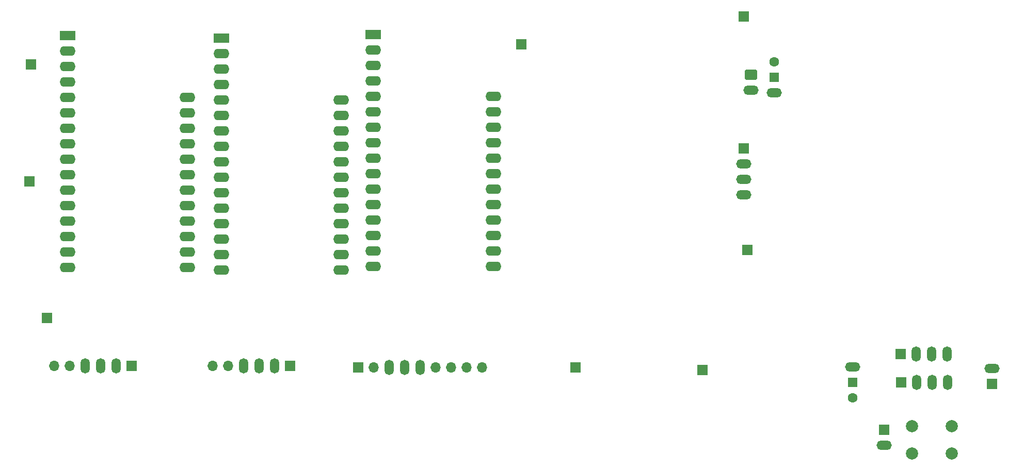
<source format=gbr>
%TF.GenerationSoftware,KiCad,Pcbnew,9.0.0*%
%TF.CreationDate,2025-04-18T00:29:00+02:00*%
%TF.ProjectId,Omni-X-II-PCB,4f6d6e69-2d58-42d4-9949-2d5043422e6b,rev?*%
%TF.SameCoordinates,Original*%
%TF.FileFunction,Soldermask,Bot*%
%TF.FilePolarity,Negative*%
%FSLAX46Y46*%
G04 Gerber Fmt 4.6, Leading zero omitted, Abs format (unit mm)*
G04 Created by KiCad (PCBNEW 9.0.0) date 2025-04-18 00:29:00*
%MOMM*%
%LPD*%
G01*
G04 APERTURE LIST*
G04 Aperture macros list*
%AMRoundRect*
0 Rectangle with rounded corners*
0 $1 Rounding radius*
0 $2 $3 $4 $5 $6 $7 $8 $9 X,Y pos of 4 corners*
0 Add a 4 corners polygon primitive as box body*
4,1,4,$2,$3,$4,$5,$6,$7,$8,$9,$2,$3,0*
0 Add four circle primitives for the rounded corners*
1,1,$1+$1,$2,$3*
1,1,$1+$1,$4,$5*
1,1,$1+$1,$6,$7*
1,1,$1+$1,$8,$9*
0 Add four rect primitives between the rounded corners*
20,1,$1+$1,$2,$3,$4,$5,0*
20,1,$1+$1,$4,$5,$6,$7,0*
20,1,$1+$1,$6,$7,$8,$9,0*
20,1,$1+$1,$8,$9,$2,$3,0*%
G04 Aperture macros list end*
%ADD10R,1.700000X1.700000*%
%ADD11O,1.500000X2.500000*%
%ADD12O,1.700000X1.700000*%
%ADD13RoundRect,0.250000X-0.750000X0.600000X-0.750000X-0.600000X0.750000X-0.600000X0.750000X0.600000X0*%
%ADD14O,2.500000X1.500000*%
%ADD15RoundRect,0.250000X-1.050000X-0.550000X1.050000X-0.550000X1.050000X0.550000X-1.050000X0.550000X0*%
%ADD16O,2.600000X1.600000*%
%ADD17C,2.000000*%
%ADD18R,1.500000X1.500000*%
%ADD19C,1.600000*%
G04 APERTURE END LIST*
D10*
%TO.C,X-Shut__FR1*%
X73680000Y-62140000D03*
%TD*%
%TO.C,J2*%
X116140000Y-111750000D03*
D11*
X113600000Y-111750000D03*
X111060000Y-111750000D03*
X108520000Y-111750000D03*
D12*
X105980000Y-111750000D03*
X103440000Y-111750000D03*
%TD*%
D13*
%TO.C,J4*%
X191750000Y-63900000D03*
D14*
X191750000Y-66400000D03*
%TD*%
D10*
%TO.C,J1*%
X90180000Y-111700000D03*
D11*
X87640000Y-111700000D03*
X85100000Y-111700000D03*
X82560000Y-111700000D03*
D12*
X80020000Y-111700000D03*
X77480000Y-111700000D03*
%TD*%
D10*
%TO.C,X-Shut_F1*%
X73440000Y-81360000D03*
%TD*%
%TO.C,J3*%
X127310000Y-111960000D03*
D12*
X129850000Y-111960000D03*
D11*
X132390000Y-111960000D03*
X134930000Y-111960000D03*
X137470000Y-111960000D03*
D12*
X140010000Y-111960000D03*
X142550000Y-111960000D03*
X145090000Y-111960000D03*
X147630000Y-111960000D03*
%TD*%
D10*
%TO.C,X-Shut_BL1*%
X183800000Y-112350000D03*
%TD*%
D15*
%TO.C,A1*%
X129840000Y-57270000D03*
D16*
X129840000Y-59810000D03*
X129840000Y-62350000D03*
X129840000Y-64890000D03*
X129840000Y-67430000D03*
X129840000Y-69970000D03*
X129840000Y-72510000D03*
X129840000Y-75050000D03*
X129840000Y-77590000D03*
X129840000Y-80130000D03*
X129840000Y-82670000D03*
X129840000Y-85210000D03*
X129840000Y-87750000D03*
X129840000Y-90290000D03*
X129840000Y-92830000D03*
X129840000Y-95370000D03*
X149560000Y-95370000D03*
X149560000Y-92830000D03*
X149560000Y-90290000D03*
X149560000Y-87750000D03*
X149560000Y-85210000D03*
X149560000Y-82670000D03*
X149560000Y-80130000D03*
X149560000Y-77590000D03*
X149560000Y-75050000D03*
X149560000Y-72510000D03*
X149560000Y-69970000D03*
X149560000Y-67430000D03*
%TD*%
D10*
%TO.C,X-Shut_R1*%
X154130000Y-58850000D03*
%TD*%
%TO.C,J7*%
X190560000Y-75970000D03*
D14*
X190560000Y-78510000D03*
X190560000Y-81050000D03*
X190560000Y-83590000D03*
%TD*%
D15*
%TO.C,A2*%
X79640000Y-57410000D03*
D16*
X79640000Y-59950000D03*
X79640000Y-62490000D03*
X79640000Y-65030000D03*
X79640000Y-67570000D03*
X79640000Y-70110000D03*
X79640000Y-72650000D03*
X79640000Y-75190000D03*
X79640000Y-77730000D03*
X79640000Y-80270000D03*
X79640000Y-82810000D03*
X79640000Y-85350000D03*
X79640000Y-87890000D03*
X79640000Y-90430000D03*
X79640000Y-92970000D03*
X79640000Y-95510000D03*
X99360000Y-95510000D03*
X99360000Y-92970000D03*
X99360000Y-90430000D03*
X99360000Y-87890000D03*
X99360000Y-85350000D03*
X99360000Y-82810000D03*
X99360000Y-80270000D03*
X99360000Y-77730000D03*
X99360000Y-75190000D03*
X99360000Y-72650000D03*
X99360000Y-70110000D03*
X99360000Y-67570000D03*
%TD*%
D17*
%TO.C,SW3*%
X218190000Y-121640000D03*
X224690000Y-121640000D03*
X218190000Y-126140000D03*
X224690000Y-126140000D03*
%TD*%
D10*
%TO.C,X-Shut_Back1*%
X191220000Y-92700000D03*
%TD*%
%TO.C,J6*%
X216395000Y-114450000D03*
D11*
X218935000Y-114450000D03*
X221475000Y-114450000D03*
X224015000Y-114450000D03*
%TD*%
D10*
%TO.C,J10*%
X231345000Y-114660000D03*
D14*
X231345000Y-112120000D03*
%TD*%
D10*
%TO.C,JX-Shut_FL1*%
X76290000Y-103830000D03*
%TD*%
D18*
%TO.C,SW1*%
X195550000Y-64320000D03*
D19*
X195550000Y-61780000D03*
D14*
X195550000Y-66860000D03*
%TD*%
D18*
%TO.C,SW2*%
X208495000Y-114430000D03*
D19*
X208495000Y-116970000D03*
D14*
X208495000Y-111890000D03*
%TD*%
D10*
%TO.C,X-Shut_BR1*%
X190590000Y-54270000D03*
%TD*%
%TO.C,X-Shut_LEFT1*%
X162960000Y-111990000D03*
%TD*%
D15*
%TO.C,A3*%
X104870000Y-57900000D03*
D16*
X104870000Y-60440000D03*
X104870000Y-62980000D03*
X104870000Y-65520000D03*
X104870000Y-68060000D03*
X104870000Y-70600000D03*
X104870000Y-73140000D03*
X104870000Y-75680000D03*
X104870000Y-78220000D03*
X104870000Y-80760000D03*
X104870000Y-83300000D03*
X104870000Y-85840000D03*
X104870000Y-88380000D03*
X104870000Y-90920000D03*
X104870000Y-93460000D03*
X104870000Y-96000000D03*
X124590000Y-96000000D03*
X124590000Y-93460000D03*
X124590000Y-90920000D03*
X124590000Y-88380000D03*
X124590000Y-85840000D03*
X124590000Y-83300000D03*
X124590000Y-80760000D03*
X124590000Y-78220000D03*
X124590000Y-75680000D03*
X124590000Y-73140000D03*
X124590000Y-70600000D03*
X124590000Y-68060000D03*
%TD*%
D10*
%TO.C,J5*%
X216355000Y-109780000D03*
D11*
X218895000Y-109780000D03*
X221435000Y-109780000D03*
X223975000Y-109780000D03*
%TD*%
D10*
%TO.C,J8*%
X213595000Y-122210000D03*
D14*
X213595000Y-124750000D03*
%TD*%
M02*

</source>
